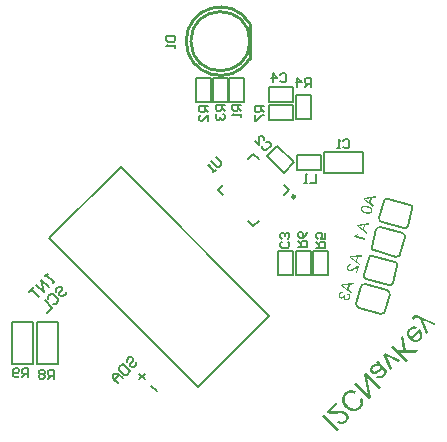
<source format=gbo>
G04*
G04 #@! TF.GenerationSoftware,Altium Limited,Altium Designer,19.0.10 (269)*
G04*
G04 Layer_Color=32896*
%FSLAX25Y25*%
%MOIN*%
G70*
G01*
G75*
%ADD10C,0.01000*%
%ADD55C,0.00984*%
%ADD56C,0.00600*%
%ADD57C,0.00787*%
%ADD58C,0.00700*%
G36*
X65185Y-33026D02*
X65322Y-33033D01*
X65452Y-33047D01*
X65560Y-33069D01*
X65646Y-33084D01*
X65704Y-33098D01*
X65726Y-33105D01*
X65798Y-33134D01*
X65877Y-33156D01*
X66057Y-33220D01*
X66252Y-33300D01*
X66440Y-33386D01*
X66613Y-33459D01*
X66692Y-33495D01*
X66764Y-33523D01*
X66815Y-33545D01*
X66858Y-33560D01*
X66887Y-33574D01*
X66894Y-33581D01*
X71950Y-35882D01*
X71337Y-36495D01*
X68445Y-35161D01*
X68235Y-35067D01*
X68048Y-34966D01*
X67853Y-34872D01*
X67695Y-34786D01*
X67558Y-34706D01*
X67500Y-34677D01*
X67457Y-34649D01*
X67421Y-34627D01*
X67392Y-34613D01*
X67370Y-34605D01*
X67363Y-34598D01*
X67485Y-34807D01*
X67594Y-35002D01*
X67695Y-35190D01*
X67774Y-35355D01*
X67839Y-35493D01*
X67868Y-35550D01*
X67889Y-35601D01*
X67918Y-35644D01*
X67933Y-35673D01*
Y-35687D01*
X67940Y-35694D01*
X69281Y-38550D01*
X68632Y-39200D01*
X66382Y-34209D01*
X66288Y-34173D01*
X66223Y-34137D01*
X66180Y-34122D01*
X66173Y-34115D01*
X66007Y-34036D01*
X65863Y-33978D01*
X65747Y-33920D01*
X65661Y-33891D01*
X65603Y-33862D01*
X65560Y-33848D01*
X65531D01*
X65524Y-33841D01*
X65387Y-33819D01*
X65264Y-33826D01*
X65214Y-33834D01*
X65177Y-33841D01*
X65149D01*
X65141Y-33848D01*
X65069Y-33877D01*
X64997Y-33906D01*
X64867Y-33992D01*
X64824Y-34036D01*
X64781Y-34064D01*
X64745Y-34100D01*
X64636Y-34223D01*
X64543Y-34360D01*
X64514Y-34418D01*
X64485Y-34461D01*
X64463Y-34497D01*
X64456Y-34504D01*
X63951Y-33870D01*
X64002Y-33762D01*
X64060Y-33675D01*
X64110Y-33596D01*
X64153Y-33523D01*
X64204Y-33473D01*
X64233Y-33430D01*
X64262Y-33401D01*
X64377Y-33300D01*
X64485Y-33220D01*
X64593Y-33156D01*
X64694Y-33112D01*
X64788Y-33076D01*
X64853Y-33055D01*
X64896Y-33040D01*
X64911D01*
X65048Y-33019D01*
X65185Y-33026D01*
D02*
G37*
G36*
X64781Y-36791D02*
X65026Y-36834D01*
X65235Y-36899D01*
X65416Y-36964D01*
X65495Y-37000D01*
X65560Y-37021D01*
X65617Y-37050D01*
X65654Y-37072D01*
X65675Y-37079D01*
X65682Y-37086D01*
X65127Y-37800D01*
X64932Y-37721D01*
X64752Y-37671D01*
X64586Y-37635D01*
X64449Y-37613D01*
X64341Y-37606D01*
X64254D01*
X64189Y-37613D01*
X64175D01*
X64024Y-37649D01*
X63886Y-37699D01*
X63757Y-37772D01*
X63648Y-37837D01*
X63555Y-37901D01*
X63482Y-37959D01*
X63425Y-38017D01*
X63345Y-38111D01*
X63273Y-38197D01*
X63165Y-38377D01*
X63086Y-38558D01*
X63028Y-38731D01*
X62992Y-38868D01*
X62978Y-38983D01*
X62970Y-39063D01*
X62978Y-39084D01*
X62970Y-39092D01*
X62999Y-39322D01*
X63064Y-39546D01*
X63165Y-39762D01*
X63266Y-39950D01*
X63374Y-40101D01*
X63418Y-40173D01*
X63461Y-40231D01*
X63504Y-40274D01*
X63526Y-40310D01*
X63547Y-40332D01*
X63555Y-40339D01*
X66259Y-37635D01*
X66339Y-37699D01*
X66389Y-37750D01*
X66418Y-37779D01*
X66425Y-37786D01*
X66584Y-37959D01*
X66721Y-38125D01*
X66843Y-38291D01*
X66952Y-38457D01*
X67038Y-38616D01*
X67118Y-38767D01*
X67175Y-38911D01*
X67226Y-39048D01*
X67269Y-39178D01*
X67298Y-39293D01*
X67320Y-39387D01*
X67334Y-39474D01*
X67348Y-39546D01*
X67356Y-39596D01*
Y-39625D01*
Y-39640D01*
Y-39813D01*
X67341Y-39986D01*
X67305Y-40152D01*
X67262Y-40310D01*
X67211Y-40462D01*
X67154Y-40592D01*
X67089Y-40729D01*
X67024Y-40837D01*
X66952Y-40952D01*
X66887Y-41046D01*
X66829Y-41133D01*
X66779Y-41197D01*
X66735Y-41255D01*
X66663Y-41327D01*
X66519Y-41457D01*
X66375Y-41573D01*
X66230Y-41674D01*
X66079Y-41753D01*
X65935Y-41825D01*
X65790Y-41883D01*
X65654Y-41933D01*
X65524Y-41962D01*
X65401Y-41998D01*
X65286Y-42013D01*
X65185Y-42027D01*
X65105Y-42034D01*
X65033D01*
X64983Y-42041D01*
X64954D01*
X64939D01*
X64759Y-42020D01*
X64579Y-41984D01*
X64406Y-41940D01*
X64233Y-41883D01*
X64067Y-41803D01*
X63915Y-41724D01*
X63627Y-41551D01*
X63504Y-41472D01*
X63389Y-41385D01*
X63295Y-41306D01*
X63208Y-41234D01*
X63136Y-41176D01*
X63093Y-41133D01*
X63057Y-41097D01*
X63050Y-41089D01*
X62898Y-40924D01*
X62761Y-40758D01*
X62639Y-40592D01*
X62538Y-40433D01*
X62451Y-40274D01*
X62372Y-40123D01*
X62314Y-39979D01*
X62264Y-39842D01*
X62227Y-39719D01*
X62199Y-39604D01*
X62177Y-39510D01*
X62163Y-39423D01*
X62148Y-39351D01*
X62141Y-39301D01*
Y-39272D01*
Y-39257D01*
X62148Y-39077D01*
X62170Y-38911D01*
X62206Y-38745D01*
X62256Y-38579D01*
X62314Y-38435D01*
X62379Y-38284D01*
X62523Y-38024D01*
X62603Y-37916D01*
X62675Y-37815D01*
X62740Y-37721D01*
X62797Y-37649D01*
X62841Y-37591D01*
X62920Y-37512D01*
X63158Y-37303D01*
X63396Y-37137D01*
X63620Y-37000D01*
X63721Y-36957D01*
X63822Y-36913D01*
X63915Y-36877D01*
X64002Y-36848D01*
X64067Y-36827D01*
X64132Y-36805D01*
X64182Y-36798D01*
X64218Y-36791D01*
X64247D01*
X64254Y-36783D01*
X64528Y-36769D01*
X64781Y-36791D01*
D02*
G37*
G36*
X61788Y-44732D02*
X65906Y-44667D01*
X65004Y-45568D01*
X60057Y-45554D01*
X62538Y-48035D01*
X61874Y-48698D01*
X56883Y-43707D01*
X57547Y-43044D01*
X59278Y-44775D01*
X60879Y-44746D01*
X60136Y-40455D01*
X61009Y-39582D01*
X61788Y-44732D01*
D02*
G37*
G36*
X59905Y-47927D02*
X59270Y-48561D01*
X56256Y-47148D01*
X56061Y-47054D01*
X55881Y-46975D01*
X55722Y-46888D01*
X55592Y-46830D01*
X55484Y-46766D01*
X55405Y-46729D01*
X55361Y-46701D01*
X55340Y-46693D01*
X55433Y-46874D01*
X55534Y-47047D01*
X55614Y-47213D01*
X55686Y-47357D01*
X55751Y-47480D01*
X55801Y-47573D01*
X55816Y-47602D01*
X55830Y-47631D01*
Y-47646D01*
X55837Y-47653D01*
X57229Y-50603D01*
X56580Y-51252D01*
X54323Y-46268D01*
X54907Y-45684D01*
X59905Y-47927D01*
D02*
G37*
G36*
X52628Y-48122D02*
X52671Y-48237D01*
X52714Y-48338D01*
X52765Y-48417D01*
X52801Y-48497D01*
X52837Y-48547D01*
X52859Y-48583D01*
X52866Y-48590D01*
X52909Y-48648D01*
X52967Y-48720D01*
X53039Y-48792D01*
X53111Y-48879D01*
X53284Y-49066D01*
X53464Y-49247D01*
X53630Y-49427D01*
X53710Y-49506D01*
X53774Y-49571D01*
X53832Y-49629D01*
X53875Y-49672D01*
X53904Y-49701D01*
X53912Y-49708D01*
X54734Y-50530D01*
X54871Y-50668D01*
X54986Y-50797D01*
X55073Y-50898D01*
X55152Y-50978D01*
X55203Y-51043D01*
X55239Y-51093D01*
X55253Y-51122D01*
X55260Y-51129D01*
X55332Y-51244D01*
X55383Y-51353D01*
X55419Y-51446D01*
X55448Y-51547D01*
X55462Y-51620D01*
X55477Y-51677D01*
X55484Y-51713D01*
Y-51728D01*
Y-51843D01*
X55477Y-51966D01*
X55448Y-52081D01*
X55419Y-52197D01*
X55383Y-52290D01*
X55354Y-52363D01*
X55332Y-52413D01*
X55325Y-52435D01*
X55246Y-52586D01*
X55152Y-52737D01*
X55051Y-52882D01*
X54943Y-53019D01*
X54842Y-53134D01*
X54770Y-53221D01*
X54690Y-53300D01*
X54510Y-53466D01*
X54344Y-53603D01*
X54178Y-53726D01*
X54041Y-53819D01*
X53919Y-53899D01*
X53825Y-53949D01*
X53789Y-53971D01*
X53760Y-53985D01*
X53746D01*
X53738Y-53992D01*
X53565Y-54065D01*
X53392Y-54108D01*
X53241Y-54144D01*
X53104Y-54166D01*
X52988D01*
X52902D01*
X52844D01*
X52830D01*
X52671Y-54137D01*
X52512Y-54093D01*
X52368Y-54036D01*
X52238Y-53978D01*
X52116Y-53913D01*
X52029Y-53870D01*
X51993Y-53848D01*
X51971Y-53827D01*
X51957D01*
X51950Y-53819D01*
X52469Y-53141D01*
X52642Y-53228D01*
X52801Y-53300D01*
X52945Y-53343D01*
X53061Y-53372D01*
X53161Y-53387D01*
X53234D01*
X53284Y-53379D01*
X53298D01*
X53435Y-53343D01*
X53573Y-53278D01*
X53710Y-53199D01*
X53825Y-53113D01*
X53940Y-53026D01*
X54020Y-52961D01*
X54092Y-52889D01*
X54251Y-52716D01*
X54373Y-52550D01*
X54453Y-52399D01*
X54517Y-52262D01*
X54546Y-52146D01*
X54575Y-52060D01*
X54582Y-51995D01*
Y-51980D01*
X54575Y-51858D01*
X54539Y-51735D01*
X54488Y-51612D01*
X54424Y-51504D01*
X54359Y-51410D01*
X54294Y-51331D01*
X54251Y-51288D01*
X54243Y-51281D01*
X54236Y-51273D01*
X54222Y-51259D01*
X54193Y-51230D01*
X54142Y-51180D01*
X54092Y-51143D01*
X54077Y-51129D01*
X54070Y-51122D01*
X53976Y-51172D01*
X53875Y-51230D01*
X53666Y-51353D01*
X53443Y-51504D01*
X53234Y-51641D01*
X53133Y-51713D01*
X53046Y-51785D01*
X52960Y-51843D01*
X52895Y-51894D01*
X52837Y-51937D01*
X52801Y-51973D01*
X52765Y-51995D01*
X52758Y-52002D01*
X52613Y-52117D01*
X52483Y-52204D01*
X52375Y-52283D01*
X52289Y-52341D01*
X52224Y-52391D01*
X52166Y-52420D01*
X52130Y-52442D01*
X52123Y-52449D01*
X52000Y-52514D01*
X51892Y-52564D01*
X51777Y-52608D01*
X51683Y-52644D01*
X51596Y-52673D01*
X51531Y-52680D01*
X51488Y-52694D01*
X51474D01*
X51351Y-52716D01*
X51236D01*
X51120D01*
X51019Y-52701D01*
X50933Y-52687D01*
X50861Y-52673D01*
X50817Y-52658D01*
X50803D01*
X50687Y-52615D01*
X50572Y-52557D01*
X50471Y-52500D01*
X50377Y-52435D01*
X50305Y-52377D01*
X50248Y-52334D01*
X50219Y-52305D01*
X50204Y-52290D01*
X50125Y-52197D01*
X50060Y-52117D01*
X49945Y-51930D01*
X49872Y-51757D01*
X49822Y-51591D01*
X49793Y-51446D01*
X49779Y-51331D01*
Y-51259D01*
Y-51230D01*
X49815Y-51007D01*
X49887Y-50790D01*
X49995Y-50581D01*
X50103Y-50401D01*
X50212Y-50249D01*
X50262Y-50184D01*
X50313Y-50134D01*
X50349Y-50083D01*
X50406Y-50026D01*
X50543Y-49903D01*
X50687Y-49788D01*
X50817Y-49687D01*
X50940Y-49607D01*
X51041Y-49550D01*
X51127Y-49506D01*
X51178Y-49470D01*
X51200Y-49463D01*
X51373Y-49391D01*
X51553Y-49340D01*
X51733Y-49304D01*
X51907Y-49261D01*
X52058Y-49239D01*
X52173Y-49225D01*
X52253Y-49218D01*
X52274Y-49225D01*
X52281Y-49218D01*
X52202Y-49110D01*
X52130Y-49009D01*
X52065Y-48915D01*
X52022Y-48828D01*
X51986Y-48749D01*
X51964Y-48698D01*
X51942Y-48662D01*
Y-48648D01*
X52584Y-48006D01*
X52628Y-48122D01*
D02*
G37*
G36*
X53421Y-57152D02*
X52786Y-57786D01*
X48863Y-53863D01*
X50168Y-60404D01*
X49490Y-61082D01*
X44499Y-56091D01*
X45134Y-55457D01*
X49050Y-59373D01*
X47745Y-52846D01*
X48430Y-52161D01*
X53421Y-57152D01*
D02*
G37*
G36*
X43641Y-57974D02*
X43821Y-57995D01*
X44002Y-58017D01*
X44333Y-58089D01*
X44636Y-58190D01*
X44773Y-58241D01*
X44896Y-58291D01*
X45004Y-58342D01*
X45091Y-58385D01*
X45170Y-58421D01*
X45228Y-58450D01*
X45264Y-58471D01*
X45271Y-58479D01*
X44773Y-59308D01*
X44629Y-59222D01*
X44485Y-59149D01*
X44348Y-59084D01*
X44218Y-59027D01*
X44088Y-58983D01*
X43973Y-58955D01*
X43850Y-58933D01*
X43742Y-58911D01*
X43648Y-58890D01*
X43562D01*
X43482Y-58883D01*
X43417Y-58875D01*
X43367Y-58883D01*
X43324D01*
X43309D01*
X43295D01*
X43165Y-58897D01*
X43042Y-58933D01*
X42804Y-59012D01*
X42595Y-59106D01*
X42408Y-59222D01*
X42249Y-59323D01*
X42191Y-59366D01*
X42141Y-59416D01*
X42090Y-59452D01*
X42040Y-59503D01*
X41881Y-59676D01*
X41751Y-59864D01*
X41643Y-60044D01*
X41557Y-60217D01*
X41499Y-60361D01*
X41477Y-60426D01*
X41456Y-60476D01*
X41441Y-60520D01*
X41434Y-60556D01*
X41427Y-60577D01*
X41420Y-60585D01*
X41383Y-60823D01*
X41376Y-61046D01*
X41398Y-61270D01*
X41434Y-61465D01*
X41470Y-61630D01*
X41513Y-61760D01*
X41535Y-61811D01*
X41542Y-61847D01*
X41549Y-61869D01*
X41557Y-61876D01*
X41686Y-62121D01*
X41831Y-62352D01*
X41982Y-62575D01*
X42134Y-62770D01*
X42206Y-62857D01*
X42271Y-62936D01*
X42336Y-63001D01*
X42379Y-63059D01*
X42422Y-63102D01*
X42458Y-63138D01*
X42480Y-63160D01*
X42487Y-63167D01*
X42682Y-63347D01*
X42869Y-63506D01*
X43057Y-63636D01*
X43230Y-63751D01*
X43374Y-63852D01*
X43439Y-63888D01*
X43497Y-63917D01*
X43540Y-63946D01*
X43569Y-63960D01*
X43591Y-63967D01*
X43598Y-63975D01*
X43836Y-64068D01*
X44067Y-64140D01*
X44276Y-64176D01*
X44478Y-64191D01*
X44644Y-64198D01*
X44766Y-64191D01*
X44853Y-64176D01*
X44874Y-64184D01*
X44881Y-64176D01*
X45127Y-64119D01*
X45365Y-64025D01*
X45574Y-63917D01*
X45754Y-63794D01*
X45913Y-63679D01*
X45978Y-63628D01*
X46028Y-63578D01*
X46072Y-63549D01*
X46129Y-63491D01*
X46302Y-63304D01*
X46439Y-63109D01*
X46533Y-62929D01*
X46613Y-62763D01*
X46656Y-62619D01*
X46692Y-62510D01*
X46706Y-62438D01*
Y-62410D01*
X46714Y-62186D01*
X46699Y-61955D01*
X46656Y-61739D01*
X46598Y-61537D01*
X46540Y-61364D01*
X46504Y-61284D01*
X46475Y-61227D01*
X46454Y-61176D01*
X46439Y-61133D01*
X46432Y-61111D01*
X46425Y-61104D01*
X47226Y-60606D01*
X47312Y-60779D01*
X47384Y-60938D01*
X47435Y-61104D01*
X47492Y-61263D01*
X47528Y-61414D01*
X47550Y-61566D01*
X47579Y-61710D01*
X47593Y-61840D01*
Y-61955D01*
X47601Y-62063D01*
Y-62164D01*
Y-62236D01*
Y-62309D01*
X47593Y-62359D01*
X47586Y-62381D01*
Y-62395D01*
X47550Y-62561D01*
X47514Y-62727D01*
X47464Y-62878D01*
X47399Y-63030D01*
X47247Y-63311D01*
X47096Y-63549D01*
X47024Y-63664D01*
X46951Y-63751D01*
X46879Y-63837D01*
X46822Y-63910D01*
X46778Y-63967D01*
X46706Y-64039D01*
X46454Y-64263D01*
X46187Y-64458D01*
X45942Y-64617D01*
X45819Y-64681D01*
X45704Y-64739D01*
X45595Y-64790D01*
X45495Y-64833D01*
X45415Y-64869D01*
X45336Y-64905D01*
X45278Y-64919D01*
X45235Y-64934D01*
X45206Y-64948D01*
X45192D01*
X44874Y-65020D01*
X44564Y-65042D01*
X44276D01*
X44009Y-65020D01*
X43785Y-64984D01*
X43691Y-64963D01*
X43612Y-64941D01*
X43547Y-64934D01*
X43504Y-64919D01*
X43475Y-64905D01*
X43461D01*
X43136Y-64782D01*
X42833Y-64624D01*
X42552Y-64443D01*
X42307Y-64270D01*
X42199Y-64191D01*
X42097Y-64104D01*
X42018Y-64039D01*
X41946Y-63967D01*
X41888Y-63924D01*
X41845Y-63881D01*
X41816Y-63852D01*
X41809Y-63845D01*
X41564Y-63571D01*
X41340Y-63289D01*
X41153Y-63030D01*
X41073Y-62893D01*
X41001Y-62777D01*
X40936Y-62669D01*
X40886Y-62561D01*
X40835Y-62467D01*
X40792Y-62395D01*
X40770Y-62330D01*
X40742Y-62287D01*
X40734Y-62251D01*
X40727Y-62244D01*
X40619Y-61919D01*
X40547Y-61602D01*
X40511Y-61306D01*
Y-61176D01*
X40503Y-61054D01*
Y-60938D01*
X40511Y-60830D01*
X40518Y-60736D01*
X40532Y-60664D01*
Y-60606D01*
X40540Y-60556D01*
X40547Y-60534D01*
Y-60520D01*
X40590Y-60361D01*
X40641Y-60210D01*
X40778Y-59914D01*
X40936Y-59640D01*
X41109Y-59395D01*
X41196Y-59279D01*
X41268Y-59178D01*
X41340Y-59092D01*
X41405Y-59027D01*
X41456Y-58962D01*
X41535Y-58883D01*
X41686Y-58745D01*
X41838Y-58623D01*
X41982Y-58508D01*
X42134Y-58414D01*
X42285Y-58334D01*
X42429Y-58262D01*
X42566Y-58197D01*
X42703Y-58147D01*
X42819Y-58104D01*
X42934Y-58060D01*
X43028Y-58039D01*
X43122Y-58017D01*
X43187Y-58010D01*
X43237Y-57988D01*
X43266D01*
X43280D01*
X43468Y-57974D01*
X43641D01*
D02*
G37*
G36*
X39155Y-62619D02*
X36695Y-65078D01*
X36904Y-65114D01*
X36998Y-65121D01*
X37085Y-65136D01*
X37164Y-65143D01*
X37222D01*
X37265D01*
X37279D01*
X37352D01*
X37431Y-65136D01*
X37626Y-65129D01*
X37849Y-65121D01*
X38080Y-65107D01*
X38289Y-65085D01*
X38383Y-65078D01*
X38470D01*
X38535Y-65071D01*
X38585Y-65064D01*
X38614D01*
X38628D01*
X38845Y-65049D01*
X39054Y-65028D01*
X39248Y-65020D01*
X39422Y-65006D01*
X39588Y-64999D01*
X39732D01*
X39869Y-64991D01*
X39984D01*
X40100D01*
X40186D01*
X40258D01*
X40330D01*
X40410Y-64999D01*
X40439D01*
X40662Y-65020D01*
X40857Y-65042D01*
X41037Y-65078D01*
X41181Y-65107D01*
X41304Y-65143D01*
X41391Y-65172D01*
X41441Y-65193D01*
X41463Y-65201D01*
X41614Y-65266D01*
X41751Y-65345D01*
X41881Y-65417D01*
X41982Y-65489D01*
X42069Y-65561D01*
X42134Y-65612D01*
X42170Y-65648D01*
X42184Y-65662D01*
X42285Y-65778D01*
X42372Y-65893D01*
X42458Y-66009D01*
X42516Y-66124D01*
X42617Y-66369D01*
X42682Y-66578D01*
X42703Y-66686D01*
X42718Y-66773D01*
X42732Y-66860D01*
Y-66932D01*
Y-66989D01*
X42747Y-67033D01*
X42739Y-67054D01*
Y-67069D01*
X42732Y-67220D01*
X42711Y-67372D01*
X42667Y-67516D01*
X42617Y-67653D01*
X42501Y-67913D01*
X42364Y-68151D01*
X42299Y-68244D01*
X42235Y-68338D01*
X42170Y-68418D01*
X42119Y-68482D01*
X42076Y-68540D01*
X42004Y-68612D01*
X41867Y-68735D01*
X41737Y-68850D01*
X41600Y-68944D01*
X41470Y-69030D01*
X41340Y-69103D01*
X41217Y-69168D01*
X41095Y-69218D01*
X40979Y-69261D01*
X40871Y-69297D01*
X40778Y-69319D01*
X40698Y-69341D01*
X40626Y-69355D01*
X40568Y-69370D01*
X40525D01*
X40503Y-69377D01*
X40489D01*
X40345D01*
X40201Y-69362D01*
X40049Y-69341D01*
X39912Y-69305D01*
X39652Y-69218D01*
X39422Y-69103D01*
X39321Y-69045D01*
X39220Y-68987D01*
X39140Y-68937D01*
X39068Y-68893D01*
X39011Y-68850D01*
X38974Y-68814D01*
X38946Y-68800D01*
X38938Y-68792D01*
X39501Y-68100D01*
X39681Y-68252D01*
X39854Y-68367D01*
X40027Y-68454D01*
X40179Y-68504D01*
X40309Y-68547D01*
X40410Y-68562D01*
X40475Y-68569D01*
X40503D01*
X40698Y-68547D01*
X40879Y-68497D01*
X41052Y-68425D01*
X41189Y-68345D01*
X41311Y-68266D01*
X41405Y-68187D01*
X41441Y-68165D01*
X41484Y-68122D01*
X41629Y-67963D01*
X41737Y-67797D01*
X41809Y-67638D01*
X41867Y-67494D01*
X41895Y-67364D01*
X41910Y-67278D01*
X41917Y-67213D01*
Y-67184D01*
X41903Y-66997D01*
X41867Y-66831D01*
X41816Y-66679D01*
X41744Y-66549D01*
X41686Y-66448D01*
X41621Y-66369D01*
X41585Y-66319D01*
X41578Y-66311D01*
X41571Y-66304D01*
X41427Y-66189D01*
X41261Y-66081D01*
X41088Y-66009D01*
X40922Y-65944D01*
X40770Y-65908D01*
X40641Y-65879D01*
X40597Y-65864D01*
X40561Y-65857D01*
X40540Y-65864D01*
X40532Y-65857D01*
X40395Y-65835D01*
X40244Y-65828D01*
X40078Y-65821D01*
X39905D01*
X39551Y-65828D01*
X39198Y-65835D01*
X39025Y-65850D01*
X38873Y-65857D01*
X38729Y-65872D01*
X38607Y-65879D01*
X38513Y-65886D01*
X38434Y-65893D01*
X38383Y-65900D01*
X38369D01*
X38037Y-65929D01*
X37727Y-65951D01*
X37460Y-65958D01*
X37244D01*
X37056D01*
X36926D01*
X36847Y-65951D01*
X36825Y-65958D01*
X36818Y-65951D01*
X36594Y-65929D01*
X36400Y-65893D01*
X36212Y-65850D01*
X36053Y-65807D01*
X35924Y-65763D01*
X35830Y-65727D01*
X35772Y-65698D01*
X35758D01*
X35750Y-65691D01*
X35642Y-65641D01*
X35556Y-65583D01*
X35469Y-65525D01*
X35397Y-65468D01*
X35332Y-65417D01*
X35289Y-65374D01*
X35260Y-65345D01*
X35253Y-65338D01*
X38563Y-62027D01*
X39155Y-62619D01*
D02*
G37*
G36*
X39414Y-71158D02*
X38751Y-71822D01*
X33760Y-66831D01*
X34423Y-66167D01*
X39414Y-71158D01*
D02*
G37*
G36*
X44361Y-22835D02*
X43127Y-22935D01*
X42711Y-24490D01*
X43720Y-25225D01*
X43571Y-25783D01*
X40267Y-23272D01*
X40411Y-22736D01*
X44500Y-22315D01*
X44361Y-22835D01*
D02*
G37*
G36*
X40688Y-25304D02*
X40711Y-25304D01*
X40729Y-25303D01*
X40734Y-25305D01*
X40692Y-25782D01*
X40569Y-25772D01*
X40458Y-25776D01*
X40362Y-25791D01*
X40283Y-25810D01*
X40219Y-25833D01*
X40173Y-25855D01*
X40140Y-25869D01*
X40133Y-25873D01*
X40061Y-25929D01*
X39998Y-25992D01*
X39953Y-26055D01*
X39913Y-26119D01*
X39885Y-26180D01*
X39861Y-26226D01*
X39849Y-26268D01*
X39829Y-26366D01*
X39827Y-26458D01*
X39834Y-26540D01*
X39844Y-26612D01*
X39863Y-26669D01*
X39880Y-26713D01*
X39894Y-26746D01*
X39898Y-26752D01*
X39946Y-26829D01*
X40005Y-26890D01*
X40067Y-26936D01*
X40126Y-26974D01*
X40182Y-27001D01*
X40222Y-27023D01*
X40254Y-27032D01*
X40259Y-27033D01*
X40265Y-27035D01*
X40324Y-27051D01*
X40380Y-27054D01*
X40478Y-27052D01*
X40569Y-27036D01*
X40650Y-27011D01*
X40710Y-26982D01*
X40757Y-26954D01*
X40786Y-26933D01*
X40793Y-26929D01*
X40794Y-26924D01*
X40867Y-26846D01*
X40927Y-26770D01*
X40979Y-26686D01*
X41016Y-26610D01*
X41046Y-26543D01*
X41072Y-26487D01*
X41091Y-26417D01*
X41091Y-26394D01*
X41098Y-26368D01*
X41515Y-26422D01*
X41480Y-26487D01*
X41452Y-26548D01*
X41427Y-26599D01*
X41409Y-26646D01*
X41393Y-26682D01*
X41381Y-26730D01*
X41361Y-26846D01*
X41355Y-26953D01*
X41363Y-27053D01*
X41380Y-27138D01*
X41402Y-27207D01*
X41423Y-27259D01*
X41437Y-27291D01*
X41445Y-27305D01*
X41507Y-27396D01*
X41578Y-27473D01*
X41654Y-27533D01*
X41734Y-27578D01*
X41799Y-27613D01*
X41857Y-27634D01*
X41877Y-27645D01*
X41893Y-27649D01*
X41903Y-27652D01*
X41909Y-27653D01*
X42030Y-27674D01*
X42144Y-27676D01*
X42244Y-27668D01*
X42336Y-27647D01*
X42412Y-27621D01*
X42468Y-27602D01*
X42508Y-27584D01*
X42521Y-27576D01*
X42619Y-27510D01*
X42697Y-27434D01*
X42759Y-27353D01*
X42809Y-27274D01*
X42845Y-27203D01*
X42867Y-27146D01*
X42878Y-27126D01*
X42886Y-27094D01*
X42907Y-26996D01*
X42910Y-26899D01*
X42904Y-26811D01*
X42889Y-26738D01*
X42877Y-26677D01*
X42862Y-26627D01*
X42846Y-26600D01*
X42844Y-26588D01*
X42786Y-26504D01*
X42714Y-26427D01*
X42636Y-26354D01*
X42550Y-26291D01*
X42476Y-26243D01*
X42442Y-26222D01*
X42411Y-26208D01*
X42386Y-26195D01*
X42366Y-26184D01*
X42356Y-26176D01*
X42351Y-26175D01*
X42532Y-25735D01*
X42615Y-25768D01*
X42691Y-25806D01*
X42828Y-25894D01*
X42941Y-25988D01*
X42986Y-26034D01*
X43031Y-26081D01*
X43071Y-26126D01*
X43100Y-26168D01*
X43130Y-26205D01*
X43150Y-26239D01*
X43167Y-26261D01*
X43179Y-26281D01*
X43186Y-26295D01*
X43190Y-26302D01*
X43221Y-26379D01*
X43252Y-26456D01*
X43273Y-26531D01*
X43286Y-26609D01*
X43304Y-26757D01*
X43301Y-26895D01*
X43296Y-26956D01*
X43293Y-27013D01*
X43285Y-27063D01*
X43279Y-27107D01*
X43276Y-27141D01*
X43263Y-27189D01*
X43230Y-27289D01*
X43195Y-27378D01*
X43155Y-27464D01*
X43110Y-27544D01*
X43062Y-27617D01*
X43016Y-27680D01*
X42965Y-27741D01*
X42917Y-27792D01*
X42875Y-27843D01*
X42830Y-27883D01*
X42792Y-27919D01*
X42756Y-27944D01*
X42728Y-27965D01*
X42706Y-27982D01*
X42692Y-27990D01*
X42685Y-27994D01*
X42604Y-28041D01*
X42520Y-28076D01*
X42437Y-28105D01*
X42356Y-28129D01*
X42283Y-28144D01*
X42205Y-28158D01*
X42064Y-28166D01*
X42003Y-28161D01*
X41946Y-28157D01*
X41895Y-28155D01*
X41851Y-28149D01*
X41817Y-28146D01*
X41790Y-28139D01*
X41774Y-28134D01*
X41769Y-28133D01*
X41642Y-28093D01*
X41529Y-28040D01*
X41436Y-27981D01*
X41359Y-27926D01*
X41298Y-27875D01*
X41253Y-27828D01*
X41227Y-27798D01*
X41217Y-27790D01*
X41157Y-27693D01*
X41109Y-27594D01*
X41078Y-27494D01*
X41058Y-27397D01*
X41046Y-27313D01*
X41041Y-27248D01*
X41041Y-27226D01*
X41040Y-27208D01*
X41037Y-27196D01*
X41039Y-27190D01*
X40966Y-27269D01*
X40898Y-27331D01*
X40827Y-27381D01*
X40764Y-27421D01*
X40710Y-27453D01*
X40664Y-27475D01*
X40638Y-27485D01*
X40626Y-27488D01*
X40539Y-27510D01*
X40456Y-27523D01*
X40374Y-27529D01*
X40299Y-27527D01*
X40238Y-27522D01*
X40193Y-27515D01*
X40161Y-27507D01*
X40150Y-27504D01*
X40061Y-27474D01*
X39974Y-27434D01*
X39899Y-27391D01*
X39837Y-27345D01*
X39785Y-27303D01*
X39742Y-27268D01*
X39720Y-27245D01*
X39711Y-27237D01*
X39645Y-27162D01*
X39592Y-27079D01*
X39550Y-26998D01*
X39514Y-26920D01*
X39491Y-26856D01*
X39472Y-26799D01*
X39464Y-26763D01*
X39460Y-26756D01*
X39462Y-26751D01*
X39445Y-26643D01*
X39438Y-26537D01*
X39437Y-26434D01*
X39444Y-26344D01*
X39452Y-26271D01*
X39463Y-26211D01*
X39499Y-26077D01*
X39529Y-26004D01*
X39595Y-25867D01*
X39671Y-25755D01*
X39743Y-25659D01*
X39782Y-25618D01*
X39814Y-25587D01*
X39845Y-25555D01*
X39874Y-25534D01*
X39896Y-25517D01*
X39911Y-25503D01*
X39919Y-25494D01*
X39926Y-25490D01*
X40055Y-25416D01*
X40189Y-25365D01*
X40324Y-25333D01*
X40457Y-25311D01*
X40567Y-25306D01*
X40614Y-25301D01*
X40655Y-25300D01*
X40688Y-25304D01*
D02*
G37*
G36*
X43535Y-15975D02*
X43580Y-15976D01*
X43619Y-15980D01*
X43646Y-15988D01*
X43664Y-15987D01*
X43669Y-15988D01*
X43592Y-16467D01*
X43466Y-16445D01*
X43353Y-16438D01*
X43248Y-16444D01*
X43163Y-16461D01*
X43090Y-16476D01*
X43038Y-16497D01*
X43006Y-16511D01*
X42992Y-16519D01*
X42906Y-16582D01*
X42835Y-16655D01*
X42773Y-16736D01*
X42730Y-16811D01*
X42694Y-16882D01*
X42671Y-16944D01*
X42660Y-16964D01*
X42652Y-16997D01*
X42627Y-17111D01*
X42621Y-17218D01*
X42630Y-17313D01*
X42642Y-17396D01*
X42664Y-17465D01*
X42681Y-17510D01*
X42695Y-17543D01*
X42703Y-17556D01*
X42761Y-17641D01*
X42823Y-17709D01*
X42888Y-17767D01*
X42957Y-17808D01*
X43012Y-17840D01*
X43064Y-17860D01*
X43095Y-17874D01*
X43100Y-17875D01*
X43105Y-17877D01*
X43205Y-17892D01*
X43312Y-17898D01*
X43414Y-17885D01*
X43509Y-17870D01*
X43591Y-17846D01*
X43660Y-17824D01*
X43684Y-17819D01*
X43703Y-17813D01*
X43711Y-17803D01*
X43716Y-17805D01*
X43787Y-17778D01*
X43860Y-17740D01*
X43940Y-17698D01*
X44022Y-17651D01*
X44187Y-17552D01*
X44351Y-17452D01*
X44429Y-17398D01*
X44498Y-17354D01*
X44562Y-17308D01*
X44618Y-17271D01*
X44660Y-17242D01*
X44696Y-17217D01*
X44717Y-17200D01*
X44724Y-17196D01*
X44873Y-17092D01*
X45013Y-16997D01*
X45137Y-16921D01*
X45239Y-16862D01*
X45327Y-16812D01*
X45388Y-16776D01*
X45428Y-16758D01*
X45436Y-16749D01*
X45441Y-16750D01*
X45553Y-16700D01*
X45654Y-16664D01*
X45754Y-16633D01*
X45841Y-16610D01*
X45914Y-16595D01*
X45968Y-16587D01*
X46003Y-16585D01*
X46010Y-16581D01*
X46015Y-16582D01*
X46080Y-16576D01*
X46136Y-16580D01*
X46193Y-16584D01*
X46242Y-16591D01*
X46287Y-16597D01*
X46319Y-16606D01*
X46340Y-16612D01*
X46346Y-16613D01*
X45686Y-19074D01*
X45247Y-18956D01*
X45737Y-17128D01*
X45628Y-17168D01*
X45582Y-17190D01*
X45537Y-17207D01*
X45498Y-17225D01*
X45471Y-17241D01*
X45450Y-17253D01*
X45443Y-17256D01*
X45410Y-17276D01*
X45374Y-17301D01*
X45284Y-17357D01*
X45181Y-17422D01*
X45076Y-17491D01*
X44983Y-17558D01*
X44941Y-17587D01*
X44900Y-17611D01*
X44872Y-17632D01*
X44850Y-17649D01*
X44836Y-17657D01*
X44830Y-17661D01*
X44732Y-17726D01*
X44639Y-17794D01*
X44549Y-17850D01*
X44471Y-17904D01*
X44395Y-17952D01*
X44327Y-17991D01*
X44265Y-18032D01*
X44210Y-18064D01*
X44156Y-18095D01*
X44115Y-18119D01*
X44081Y-18138D01*
X44047Y-18158D01*
X44008Y-18176D01*
X43994Y-18184D01*
X43883Y-18235D01*
X43785Y-18277D01*
X43690Y-18309D01*
X43615Y-18335D01*
X43547Y-18351D01*
X43499Y-18361D01*
X43469Y-18365D01*
X43457Y-18367D01*
X43368Y-18378D01*
X43281Y-18378D01*
X43201Y-18379D01*
X43133Y-18373D01*
X43073Y-18362D01*
X43029Y-18356D01*
X43002Y-18349D01*
X42991Y-18346D01*
X42912Y-18319D01*
X42840Y-18288D01*
X42768Y-18257D01*
X42709Y-18219D01*
X42595Y-18131D01*
X42507Y-18050D01*
X42468Y-18005D01*
X42437Y-17968D01*
X42407Y-17931D01*
X42388Y-17897D01*
X42372Y-17870D01*
X42353Y-17853D01*
X42351Y-17841D01*
X42347Y-17834D01*
X42309Y-17761D01*
X42278Y-17684D01*
X42259Y-17604D01*
X42246Y-17526D01*
X42229Y-17372D01*
X42229Y-17222D01*
X42234Y-17161D01*
X42239Y-17099D01*
X42248Y-17044D01*
X42254Y-16999D01*
X42259Y-16961D01*
X42274Y-16907D01*
X42305Y-16812D01*
X42335Y-16722D01*
X42374Y-16641D01*
X42411Y-16565D01*
X42453Y-16495D01*
X42493Y-16431D01*
X42537Y-16374D01*
X42580Y-16322D01*
X42621Y-16276D01*
X42659Y-16240D01*
X42691Y-16208D01*
X42721Y-16182D01*
X42744Y-16160D01*
X42764Y-16148D01*
X42772Y-16138D01*
X42779Y-16135D01*
X42847Y-16095D01*
X42919Y-16063D01*
X42996Y-16032D01*
X43071Y-16012D01*
X43217Y-15982D01*
X43357Y-15973D01*
X43420Y-15973D01*
X43483Y-15973D01*
X43535Y-15975D01*
D02*
G37*
G36*
X47174Y-13520D02*
X45941Y-13620D01*
X45524Y-15175D01*
X46534Y-15911D01*
X46384Y-16468D01*
X43081Y-13957D01*
X43225Y-13421D01*
X47314Y-13000D01*
X47174Y-13520D01*
D02*
G37*
G36*
X49492Y-3020D02*
X48258Y-3120D01*
X47842Y-4675D01*
X48851Y-5411D01*
X48702Y-5968D01*
X45398Y-3457D01*
X45542Y-2921D01*
X49631Y-2500D01*
X49492Y-3020D01*
D02*
G37*
G36*
X46199Y-5895D02*
X46145Y-5967D01*
X46086Y-6038D01*
X46027Y-6108D01*
X45969Y-6173D01*
X45920Y-6229D01*
X45879Y-6275D01*
X45849Y-6301D01*
X45842Y-6305D01*
X45840Y-6311D01*
X45755Y-6391D01*
X45674Y-6461D01*
X45600Y-6522D01*
X45536Y-6568D01*
X45484Y-6612D01*
X45443Y-6635D01*
X45415Y-6656D01*
X45408Y-6660D01*
X48308Y-7437D01*
X48186Y-7893D01*
X44460Y-6895D01*
X44539Y-6600D01*
X44644Y-6571D01*
X44746Y-6535D01*
X44851Y-6488D01*
X44943Y-6444D01*
X45024Y-6397D01*
X45091Y-6363D01*
X45113Y-6346D01*
X45133Y-6334D01*
X45140Y-6330D01*
X45147Y-6326D01*
X45268Y-6238D01*
X45384Y-6148D01*
X45488Y-6061D01*
X45575Y-5970D01*
X45654Y-5893D01*
X45685Y-5861D01*
X45710Y-5833D01*
X45733Y-5811D01*
X45744Y-5791D01*
X45758Y-5783D01*
X45759Y-5778D01*
X46199Y-5895D01*
D02*
G37*
G36*
X51703Y5980D02*
X50470Y5880D01*
X50053Y4325D01*
X51063Y3589D01*
X50913Y3032D01*
X47610Y5543D01*
X47754Y6079D01*
X51843Y6500D01*
X51703Y5980D01*
D02*
G37*
G36*
X47932Y3463D02*
X48018Y3463D01*
X48104Y3462D01*
X48290Y3447D01*
X48474Y3427D01*
X48644Y3398D01*
X48726Y3382D01*
X48797Y3369D01*
X48862Y3351D01*
X48922Y3341D01*
X48965Y3330D01*
X49002Y3319D01*
X49024Y3314D01*
X49029Y3312D01*
X49215Y3257D01*
X49389Y3198D01*
X49546Y3139D01*
X49689Y3072D01*
X49821Y3008D01*
X49936Y2943D01*
X50040Y2881D01*
X50128Y2823D01*
X50205Y2767D01*
X50270Y2710D01*
X50327Y2666D01*
X50368Y2626D01*
X50404Y2588D01*
X50426Y2565D01*
X50439Y2549D01*
X50443Y2543D01*
X50492Y2466D01*
X50534Y2386D01*
X50568Y2302D01*
X50593Y2221D01*
X50612Y2141D01*
X50625Y2063D01*
X50628Y1988D01*
X50632Y1918D01*
X50631Y1849D01*
X50626Y1787D01*
X50622Y1730D01*
X50616Y1686D01*
X50611Y1647D01*
X50597Y1594D01*
X50547Y1452D01*
X50490Y1323D01*
X50422Y1221D01*
X50359Y1135D01*
X50300Y1064D01*
X50271Y1043D01*
X50248Y1021D01*
X50232Y1002D01*
X50217Y989D01*
X50204Y986D01*
X50203Y981D01*
X50086Y909D01*
X49968Y854D01*
X49842Y813D01*
X49731Y786D01*
X49629Y767D01*
X49585Y756D01*
X49545Y755D01*
X49515Y752D01*
X49491Y747D01*
X49479Y744D01*
X49473Y746D01*
X49386Y740D01*
X49300Y740D01*
X49119Y754D01*
X48935Y775D01*
X48759Y805D01*
X48683Y819D01*
X48612Y833D01*
X48548Y850D01*
X48487Y860D01*
X48444Y872D01*
X48407Y882D01*
X48385Y888D01*
X48380Y889D01*
X48278Y916D01*
X48183Y948D01*
X48097Y971D01*
X48013Y999D01*
X47941Y1030D01*
X47867Y1055D01*
X47804Y1078D01*
X47748Y1104D01*
X47696Y1124D01*
X47651Y1148D01*
X47614Y1163D01*
X47584Y1177D01*
X47558Y1190D01*
X47544Y1199D01*
X47534Y1208D01*
X47529Y1209D01*
X47420Y1273D01*
X47323Y1339D01*
X47243Y1406D01*
X47171Y1460D01*
X47111Y1516D01*
X47069Y1551D01*
X47048Y1579D01*
X47039Y1588D01*
X46974Y1668D01*
X46920Y1746D01*
X46878Y1826D01*
X46841Y1899D01*
X46817Y1963D01*
X46802Y2013D01*
X46793Y2044D01*
X46789Y2051D01*
X46791Y2056D01*
X46771Y2153D01*
X46769Y2252D01*
X46770Y2343D01*
X46775Y2428D01*
X46784Y2501D01*
X46794Y2561D01*
X46807Y2609D01*
X46856Y2751D01*
X46914Y2879D01*
X46981Y2982D01*
X47045Y3068D01*
X47109Y3137D01*
X47134Y3165D01*
X47163Y3186D01*
X47179Y3205D01*
X47194Y3218D01*
X47206Y3220D01*
X47208Y3226D01*
X47319Y3299D01*
X47443Y3352D01*
X47563Y3395D01*
X47674Y3423D01*
X47777Y3441D01*
X47820Y3452D01*
X47860Y3453D01*
X47890Y3457D01*
X47914Y3462D01*
X47927Y3464D01*
X47932Y3463D01*
D02*
G37*
%LPC*%
G36*
X66122Y-38781D02*
X64096Y-40808D01*
X64283Y-40952D01*
X64478Y-41061D01*
X64658Y-41140D01*
X64817Y-41183D01*
X64954Y-41219D01*
X65069Y-41234D01*
X65134Y-41241D01*
X65163D01*
X65372Y-41219D01*
X65560Y-41176D01*
X65733Y-41104D01*
X65884Y-41024D01*
X66000Y-40952D01*
X66086Y-40880D01*
X66122Y-40859D01*
X66166Y-40815D01*
X66245Y-40721D01*
X66317Y-40635D01*
X66425Y-40440D01*
X66497Y-40253D01*
X66541Y-40080D01*
X66562Y-39928D01*
X66569Y-39805D01*
X66562Y-39726D01*
X66569Y-39704D01*
X66562Y-39697D01*
X66533Y-39539D01*
X66483Y-39373D01*
X66411Y-39228D01*
X66331Y-39077D01*
X66259Y-38962D01*
X66187Y-38861D01*
X66158Y-38832D01*
X66144Y-38803D01*
X66129Y-38789D01*
X66122Y-38781D01*
D02*
G37*
G36*
X52209Y-49838D02*
X52087Y-49845D01*
X51979Y-49852D01*
X51892Y-49867D01*
X51841Y-49874D01*
X51820Y-49881D01*
X51661Y-49939D01*
X51517Y-50011D01*
X51387Y-50083D01*
X51272Y-50170D01*
X51178Y-50235D01*
X51099Y-50300D01*
X51041Y-50357D01*
X50918Y-50494D01*
X50825Y-50617D01*
X50760Y-50740D01*
X50709Y-50848D01*
X50680Y-50934D01*
X50666Y-51007D01*
X50652Y-51050D01*
Y-51064D01*
X50659Y-51187D01*
X50687Y-51302D01*
X50716Y-51403D01*
X50760Y-51490D01*
X50803Y-51562D01*
X50839Y-51612D01*
X50875Y-51648D01*
X50882Y-51656D01*
X50947Y-51706D01*
X51012Y-51757D01*
X51070Y-51785D01*
X51127Y-51814D01*
X51178Y-51836D01*
X51214Y-51858D01*
X51243D01*
X51250Y-51865D01*
X51409Y-51879D01*
X51553Y-51850D01*
X51604Y-51843D01*
X51647Y-51829D01*
X51683Y-51822D01*
X51690Y-51814D01*
X51791Y-51771D01*
X51892Y-51713D01*
X52000Y-51648D01*
X52101Y-51576D01*
X52195Y-51511D01*
X52281Y-51454D01*
X52332Y-51418D01*
X52346Y-51403D01*
X52491Y-51302D01*
X52621Y-51201D01*
X52743Y-51122D01*
X52866Y-51043D01*
X52981Y-50970D01*
X53082Y-50913D01*
X53176Y-50848D01*
X53262Y-50805D01*
X53334Y-50761D01*
X53399Y-50725D01*
X53457Y-50696D01*
X53508Y-50675D01*
X53544Y-50653D01*
X53573Y-50639D01*
X53587D01*
X53594Y-50631D01*
X53356Y-50408D01*
X53205Y-50271D01*
X53075Y-50155D01*
X52960Y-50069D01*
X52851Y-50004D01*
X52765Y-49961D01*
X52700Y-49925D01*
X52664Y-49903D01*
X52649D01*
X52498Y-49867D01*
X52354Y-49838D01*
X52209D01*
D02*
G37*
G36*
X42686Y-22972D02*
X41496Y-23084D01*
X41349Y-23096D01*
X41210Y-23099D01*
X41082Y-23105D01*
X40968Y-23103D01*
X40871Y-23100D01*
X40830Y-23101D01*
X40791Y-23096D01*
X40767Y-23101D01*
X40746Y-23096D01*
X40733Y-23098D01*
X40728Y-23097D01*
X40841Y-23167D01*
X40958Y-23245D01*
X41076Y-23322D01*
X41188Y-23398D01*
X41235Y-23434D01*
X41285Y-23464D01*
X41329Y-23493D01*
X41362Y-23519D01*
X41391Y-23539D01*
X41415Y-23556D01*
X41430Y-23566D01*
X41435Y-23568D01*
X42350Y-24227D01*
X42686Y-22972D01*
D02*
G37*
G36*
X45500Y-13657D02*
X44309Y-13769D01*
X44162Y-13782D01*
X44024Y-13785D01*
X43896Y-13791D01*
X43781Y-13789D01*
X43685Y-13786D01*
X43644Y-13786D01*
X43605Y-13782D01*
X43581Y-13787D01*
X43559Y-13781D01*
X43547Y-13783D01*
X43542Y-13782D01*
X43655Y-13853D01*
X43772Y-13930D01*
X43889Y-14007D01*
X44001Y-14083D01*
X44049Y-14119D01*
X44098Y-14150D01*
X44142Y-14178D01*
X44175Y-14205D01*
X44205Y-14224D01*
X44229Y-14242D01*
X44243Y-14252D01*
X44249Y-14253D01*
X45164Y-14912D01*
X45500Y-13657D01*
D02*
G37*
G36*
X47817Y-3157D02*
X46627Y-3269D01*
X46480Y-3282D01*
X46341Y-3285D01*
X46213Y-3291D01*
X46099Y-3289D01*
X46002Y-3286D01*
X45961Y-3286D01*
X45922Y-3282D01*
X45898Y-3287D01*
X45877Y-3281D01*
X45864Y-3283D01*
X45859Y-3282D01*
X45972Y-3353D01*
X46089Y-3430D01*
X46207Y-3507D01*
X46318Y-3583D01*
X46366Y-3619D01*
X46416Y-3650D01*
X46459Y-3678D01*
X46493Y-3705D01*
X46522Y-3724D01*
X46546Y-3742D01*
X46561Y-3751D01*
X46566Y-3753D01*
X47481Y-4412D01*
X47817Y-3157D01*
D02*
G37*
G36*
X50029Y5843D02*
X48838Y5731D01*
X48691Y5718D01*
X48553Y5715D01*
X48425Y5709D01*
X48310Y5711D01*
X48213Y5714D01*
X48173Y5714D01*
X48134Y5718D01*
X48110Y5713D01*
X48088Y5719D01*
X48076Y5717D01*
X48071Y5718D01*
X48184Y5647D01*
X48301Y5570D01*
X48418Y5493D01*
X48530Y5417D01*
X48578Y5381D01*
X48627Y5350D01*
X48671Y5322D01*
X48704Y5295D01*
X48734Y5276D01*
X48758Y5258D01*
X48772Y5249D01*
X48778Y5247D01*
X49693Y4588D01*
X50029Y5843D01*
D02*
G37*
G36*
X47902Y2988D02*
X47827Y2985D01*
X47764Y2985D01*
X47710Y2976D01*
X47662Y2972D01*
X47631Y2963D01*
X47607Y2958D01*
X47593Y2950D01*
X47588Y2952D01*
X47530Y2927D01*
X47477Y2901D01*
X47433Y2867D01*
X47390Y2832D01*
X47318Y2760D01*
X47265Y2688D01*
X47230Y2622D01*
X47203Y2566D01*
X47192Y2546D01*
X47183Y2514D01*
X47173Y2454D01*
X47163Y2393D01*
X47164Y2335D01*
X47173Y2281D01*
X47197Y2177D01*
X47229Y2082D01*
X47272Y2008D01*
X47307Y1946D01*
X47324Y1925D01*
X47338Y1910D01*
X47340Y1898D01*
X47345Y1896D01*
X47400Y1841D01*
X47466Y1789D01*
X47543Y1734D01*
X47629Y1688D01*
X47719Y1641D01*
X47817Y1597D01*
X48013Y1516D01*
X48112Y1478D01*
X48202Y1448D01*
X48287Y1420D01*
X48356Y1401D01*
X48419Y1378D01*
X48467Y1366D01*
X48494Y1358D01*
X48500Y1357D01*
X48505Y1355D01*
X48671Y1311D01*
X48824Y1281D01*
X48961Y1256D01*
X49093Y1233D01*
X49204Y1220D01*
X49312Y1214D01*
X49403Y1213D01*
X49488Y1207D01*
X49558Y1211D01*
X49617Y1218D01*
X49670Y1221D01*
X49713Y1233D01*
X49743Y1236D01*
X49762Y1243D01*
X49775Y1251D01*
X49781Y1249D01*
X49846Y1278D01*
X49900Y1309D01*
X49955Y1341D01*
X49998Y1375D01*
X50076Y1452D01*
X50135Y1522D01*
X50177Y1591D01*
X50202Y1642D01*
X50213Y1662D01*
X50222Y1694D01*
X50232Y1755D01*
X50241Y1810D01*
X50231Y1922D01*
X50207Y2026D01*
X50175Y2120D01*
X50137Y2194D01*
X50102Y2255D01*
X50072Y2292D01*
X50069Y2304D01*
X50064Y2305D01*
X50009Y2360D01*
X49943Y2412D01*
X49866Y2468D01*
X49780Y2513D01*
X49690Y2561D01*
X49592Y2604D01*
X49390Y2687D01*
X49297Y2723D01*
X49207Y2753D01*
X49123Y2782D01*
X49053Y2800D01*
X48990Y2823D01*
X48942Y2836D01*
X48915Y2843D01*
X48904Y2846D01*
X48737Y2885D01*
X48585Y2920D01*
X48443Y2946D01*
X48310Y2965D01*
X48193Y2979D01*
X48085Y2985D01*
X47989Y2988D01*
X47902Y2988D01*
D02*
G37*
%LPD*%
D10*
X9843Y58268D02*
G03*
X9843Y58268I-9843J0D01*
G01*
X9790Y64142D02*
G03*
X9790Y52394I-9790J-5874D01*
G01*
Y64142D01*
D55*
X24878Y6434D02*
G03*
X24878Y6434I-492J0D01*
G01*
D56*
X55770Y5744D02*
G03*
X54545Y5037I-259J-966D01*
G01*
X64030Y2495D02*
G03*
X63323Y3720I-966J259D01*
G01*
X61252Y-4007D02*
G03*
X62477Y-3300I259J966D01*
G01*
X52993Y-759D02*
G03*
X53700Y-1984I966J-259D01*
G01*
X53223Y-3763D02*
G03*
X51998Y-4471I-259J-966D01*
G01*
X61482Y-7012D02*
G03*
X60775Y-5787I-966J259D01*
G01*
X58705Y-13515D02*
G03*
X59930Y-12808I259J966D01*
G01*
X50445Y-10266D02*
G03*
X51152Y-11491I966J-259D01*
G01*
X50675Y-13271D02*
G03*
X49451Y-13978I-259J-966D01*
G01*
X58935Y-16519D02*
G03*
X58228Y-15294I-966J259D01*
G01*
X56157Y-23022D02*
G03*
X57382Y-22315I259J966D01*
G01*
X47898Y-19773D02*
G03*
X48605Y-20998I966J-259D01*
G01*
X48141Y-22781D02*
G03*
X46916Y-23488I-259J-966D01*
G01*
X56400Y-26030D02*
G03*
X55693Y-24805I-966J259D01*
G01*
X53623Y-32532D02*
G03*
X54848Y-31825I259J966D01*
G01*
X45363Y-29284D02*
G03*
X46070Y-30509I966J-259D01*
G01*
X-33194Y16359D02*
X16359Y-33194D01*
X-7443Y-56997D02*
X16359Y-33194D01*
X-56997Y-7443D02*
X-7443Y-56997D01*
X-56997Y-7443D02*
X-33194Y16359D01*
X3012Y38126D02*
X8012D01*
X3012D02*
Y46126D01*
X8012D01*
Y38126D02*
Y46126D01*
X-2500Y38126D02*
X2500D01*
X-2500D02*
Y46126D01*
X2500D01*
Y38126D02*
Y46126D01*
X-8012Y38126D02*
X-3012D01*
X-8012D02*
Y46126D01*
X-3012D01*
Y38126D02*
Y46126D01*
X24079Y32017D02*
Y37017D01*
X16079Y32017D02*
X24079D01*
X16079D02*
Y37017D01*
X24079D01*
X25059Y32417D02*
X30059Y32417D01*
X25059Y32417D02*
Y40417D01*
X30059D01*
X30059Y32417D02*
X30059Y40417D01*
X16079Y38051D02*
Y43051D01*
X24079D01*
Y38051D02*
Y43051D01*
X16079Y38051D02*
X24079D01*
X34445Y14217D02*
X47445Y14217D01*
Y21216D01*
X34445D02*
X47445D01*
X34445D02*
X34445Y14217D01*
X25528Y20216D02*
X33528D01*
X25528Y15216D02*
Y20216D01*
Y15216D02*
X33528D01*
Y20216D01*
X21139Y14301D02*
X24675Y17837D01*
X15483Y19958D02*
X21139Y14301D01*
X15483Y19958D02*
X19018Y23494D01*
X24675Y17837D01*
X-69616Y-35469D02*
X-62616D01*
Y-49469D02*
Y-35469D01*
X-69616Y-49469D02*
X-62616D01*
X-69616D02*
Y-35469D01*
X-61264D02*
X-54264D01*
Y-49469D02*
Y-35469D01*
X-61264Y-49469D02*
X-54264D01*
X-61264D02*
Y-35469D01*
X25059Y-19748D02*
X30059D01*
X25059D02*
Y-11748D01*
X30059Y-11748D01*
Y-19748D02*
Y-11748D01*
X19153Y-11748D02*
X24153D01*
Y-19748D02*
Y-11748D01*
X19153Y-19748D02*
X24153D01*
X19153D02*
Y-11748D01*
X30965Y-19748D02*
X35965D01*
X30965D02*
Y-11748D01*
X35965D01*
Y-19748D02*
Y-11748D01*
X53709Y-1986D02*
X61243Y-4005D01*
X52993Y-759D02*
X54545Y5037D01*
X62477Y-3300D02*
X64030Y2495D01*
X55779Y5741D02*
X63314Y3722D01*
X51161Y-11493D02*
X58696Y-13512D01*
X50445Y-10266D02*
X51998Y-4471D01*
X59930Y-12808D02*
X61482Y-7012D01*
X53232Y-3766D02*
X60766Y-5785D01*
X48614Y-21001D02*
X56148Y-23019D01*
X47898Y-19773D02*
X49451Y-13978D01*
X57382Y-22315D02*
X58935Y-16519D01*
X50684Y-13273D02*
X58219Y-15292D01*
X46079Y-30511D02*
X53614Y-32530D01*
X45363Y-29284D02*
X46916Y-23488D01*
X54848Y-31825D02*
X56400Y-26030D01*
X48150Y-22784D02*
X55684Y-24802D01*
X-17999Y60000D02*
X-15000D01*
Y58500D01*
X-15500Y58001D01*
X-17499D01*
X-17999Y58500D01*
Y60000D01*
X-15000Y57001D02*
Y56001D01*
Y56501D01*
X-17999D01*
X-17499Y57001D01*
X-64000Y-53758D02*
Y-50759D01*
X-65500D01*
X-65999Y-51259D01*
Y-52259D01*
X-65500Y-52759D01*
X-64000D01*
X-65000D02*
X-65999Y-53758D01*
X-66999Y-53258D02*
X-67499Y-53758D01*
X-68499D01*
X-68998Y-53258D01*
Y-51259D01*
X-68499Y-50759D01*
X-67499D01*
X-66999Y-51259D01*
Y-51759D01*
X-67499Y-52259D01*
X-68998D01*
X-55500Y-54258D02*
Y-51259D01*
X-56999D01*
X-57499Y-51759D01*
Y-52759D01*
X-56999Y-53259D01*
X-55500D01*
X-56500D02*
X-57499Y-54258D01*
X-58499Y-51759D02*
X-58999Y-51259D01*
X-59999D01*
X-60498Y-51759D01*
Y-52259D01*
X-59999Y-52759D01*
X-60498Y-53259D01*
Y-53758D01*
X-59999Y-54258D01*
X-58999D01*
X-58499Y-53758D01*
Y-53259D01*
X-58999Y-52759D01*
X-58499Y-52259D01*
Y-51759D01*
X-58999Y-52759D02*
X-59999D01*
X-1621Y19621D02*
X147Y17853D01*
Y17147D01*
X-560Y16440D01*
X-1267Y16440D01*
X-3034Y18207D01*
X-1621Y15379D02*
X-2327Y14672D01*
X-1974Y15026D01*
X-4095Y17147D01*
X-3388D01*
X14500Y36500D02*
X11501D01*
Y35001D01*
X12001Y34501D01*
X13001D01*
X13500Y35001D01*
Y36500D01*
Y35500D02*
X14500Y34501D01*
X11501Y33501D02*
Y31502D01*
X12001D01*
X14000Y33501D01*
X14500D01*
X26000Y-10266D02*
X28999D01*
Y-8767D01*
X28499Y-8267D01*
X27499D01*
X27000Y-8767D01*
Y-10266D01*
Y-9267D02*
X26000Y-8267D01*
X28999Y-5268D02*
X28499Y-6267D01*
X27499Y-7267D01*
X26500D01*
X26000Y-6767D01*
Y-5768D01*
X26500Y-5268D01*
X27000D01*
X27499Y-5768D01*
Y-7267D01*
X32000Y-10525D02*
X34999D01*
Y-9025D01*
X34499Y-8526D01*
X33500D01*
X33000Y-9025D01*
Y-10525D01*
Y-9525D02*
X32000Y-8526D01*
X34999Y-5527D02*
Y-7526D01*
X33500D01*
X33999Y-6526D01*
Y-6026D01*
X33500Y-5527D01*
X32500D01*
X32000Y-6026D01*
Y-7026D01*
X32500Y-7526D01*
X30059Y43051D02*
Y46050D01*
X28559D01*
X28060Y45550D01*
Y44551D01*
X28559Y44051D01*
X30059D01*
X29059D02*
X28060Y43051D01*
X25561D02*
Y46050D01*
X27060Y44551D01*
X25061D01*
X1500Y37000D02*
X-1499D01*
Y35500D01*
X-999Y35001D01*
X0D01*
X500Y35500D01*
Y37000D01*
Y36000D02*
X1500Y35001D01*
X-999Y34001D02*
X-1499Y33501D01*
Y32501D01*
X-999Y32002D01*
X-499D01*
X0Y32501D01*
Y33001D01*
Y32501D01*
X500Y32002D01*
X1000D01*
X1500Y32501D01*
Y33501D01*
X1000Y34001D01*
X-4000Y36500D02*
X-6999D01*
Y35001D01*
X-6499Y34501D01*
X-5500D01*
X-5000Y35001D01*
Y36500D01*
Y35500D02*
X-4000Y34501D01*
Y31502D02*
Y33501D01*
X-5999Y31502D01*
X-6499D01*
X-6999Y32001D01*
Y33001D01*
X-6499Y33501D01*
X7000Y37000D02*
X4001D01*
Y35500D01*
X4501Y35001D01*
X5500D01*
X6000Y35500D01*
Y37000D01*
Y36000D02*
X7000Y35001D01*
Y34001D02*
Y33001D01*
Y33501D01*
X4001D01*
X4501Y34001D01*
X32000Y13999D02*
Y11000D01*
X30001D01*
X29001D02*
X28001D01*
X28501D01*
Y13999D01*
X29001Y13499D01*
X20001Y46999D02*
X20501Y47499D01*
X21500D01*
X22000Y46999D01*
Y45000D01*
X21500Y44500D01*
X20501D01*
X20001Y45000D01*
X17501Y44500D02*
Y47499D01*
X19001Y46000D01*
X17002D01*
X22499Y-8526D02*
X22999Y-9025D01*
Y-10025D01*
X22499Y-10525D01*
X20500D01*
X20000Y-10025D01*
Y-9025D01*
X20500Y-8526D01*
X22499Y-7526D02*
X22999Y-7026D01*
Y-6026D01*
X22499Y-5527D01*
X21999D01*
X21499Y-6026D01*
Y-6526D01*
Y-6026D01*
X21000Y-5527D01*
X20500D01*
X20000Y-6026D01*
Y-7026D01*
X20500Y-7526D01*
X15353Y24681D02*
X16060Y24681D01*
X16767Y23974D01*
Y23267D01*
X15353Y21853D01*
X14647D01*
X13940Y22560D01*
X13940Y23267D01*
X11466Y25034D02*
X12879Y23621D01*
Y26448D01*
X13233Y26802D01*
X13940Y26802D01*
X14647Y26095D01*
Y25388D01*
X41001Y24999D02*
X41500Y25499D01*
X42500D01*
X43000Y24999D01*
Y23000D01*
X42500Y22500D01*
X41500D01*
X41001Y23000D01*
X40001Y22500D02*
X39001D01*
X39501D01*
Y25499D01*
X40001Y24999D01*
D57*
X9284Y-1569D02*
X11024Y-3309D01*
X12764Y-1569D01*
X-947Y8661D02*
X793Y6921D01*
X-947Y8661D02*
X793Y10401D01*
X9284Y18892D02*
X11024Y20632D01*
X12764Y18892D01*
X21254Y10401D02*
X22994Y8661D01*
X21254Y6921D02*
X22994Y8661D01*
D58*
X-57592Y-19180D02*
X-58417Y-20004D01*
X-58004Y-19592D01*
X-55530Y-22066D01*
X-55118Y-21654D01*
X-55943Y-22478D01*
X-57180Y-23715D02*
X-59654Y-21241D01*
X-58829Y-25365D01*
X-61303Y-22891D01*
X-62128Y-23715D02*
X-63777Y-25365D01*
X-62953Y-24540D01*
X-60479Y-27014D01*
X-54892Y-25178D02*
Y-24353D01*
X-54067Y-23529D01*
X-53243D01*
X-52830Y-23941D01*
Y-24766D01*
X-53655Y-25591D01*
Y-26415D01*
X-53243Y-26828D01*
X-52418Y-26828D01*
X-51593Y-26003D01*
Y-25178D01*
X-57366Y-27652D02*
Y-26828D01*
X-56542Y-26003D01*
X-55717Y-26003D01*
X-54067Y-27652D01*
Y-28477D01*
X-54892Y-29302D01*
X-55717Y-29302D01*
X-58603Y-28065D02*
X-56129Y-30539D01*
X-57779Y-32188D01*
X-31270Y-48800D02*
Y-47976D01*
X-30446Y-47151D01*
X-29621D01*
X-29208Y-47563D01*
Y-48388D01*
X-30033Y-49213D01*
Y-50037D01*
X-29621Y-50450D01*
X-28796Y-50450D01*
X-27971Y-49625D01*
Y-48800D01*
X-32507Y-49213D02*
X-30033Y-51687D01*
X-31270Y-52924D01*
X-32095Y-52924D01*
X-33744Y-51274D01*
Y-50450D01*
X-32507Y-49213D01*
Y-54161D02*
X-34157Y-52511D01*
X-35806D01*
Y-54161D01*
X-34157Y-55810D01*
X-35394Y-54573D01*
X-33744Y-52924D01*
X-27004Y-52595D02*
X-25119Y-54480D01*
X-27004Y-54480D02*
X-25119Y-52595D01*
X-23067Y-56532D02*
X-21182Y-58417D01*
M02*

</source>
